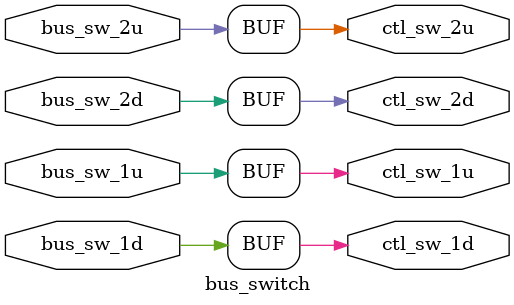
<source format=sv>
`timescale 100 ps/ 100 ps

module bus_switch
(
    input wire bus_sw_1u,               // Input for the SW1 upstream
    input wire bus_sw_1d,               // Input for the SW1 downstream

    input wire bus_sw_2u,               // Input for the SW2 upstream
    input wire bus_sw_2d,               // Input for the SW2 downstream

    //--------------------------------------------------------------------
    
    output wire ctl_sw_1u,              // SW1 upstream
    output wire ctl_sw_1d,              // SW1 downstream
    
    output wire ctl_sw_2u,              // SW2 upstream
    output wire ctl_sw_2d               // SW2 downstream
);

assign ctl_sw_1u = bus_sw_1u;
assign ctl_sw_1d = bus_sw_1d;

assign ctl_sw_2u = bus_sw_2u;
assign ctl_sw_2d = bus_sw_2d;

endmodule

</source>
